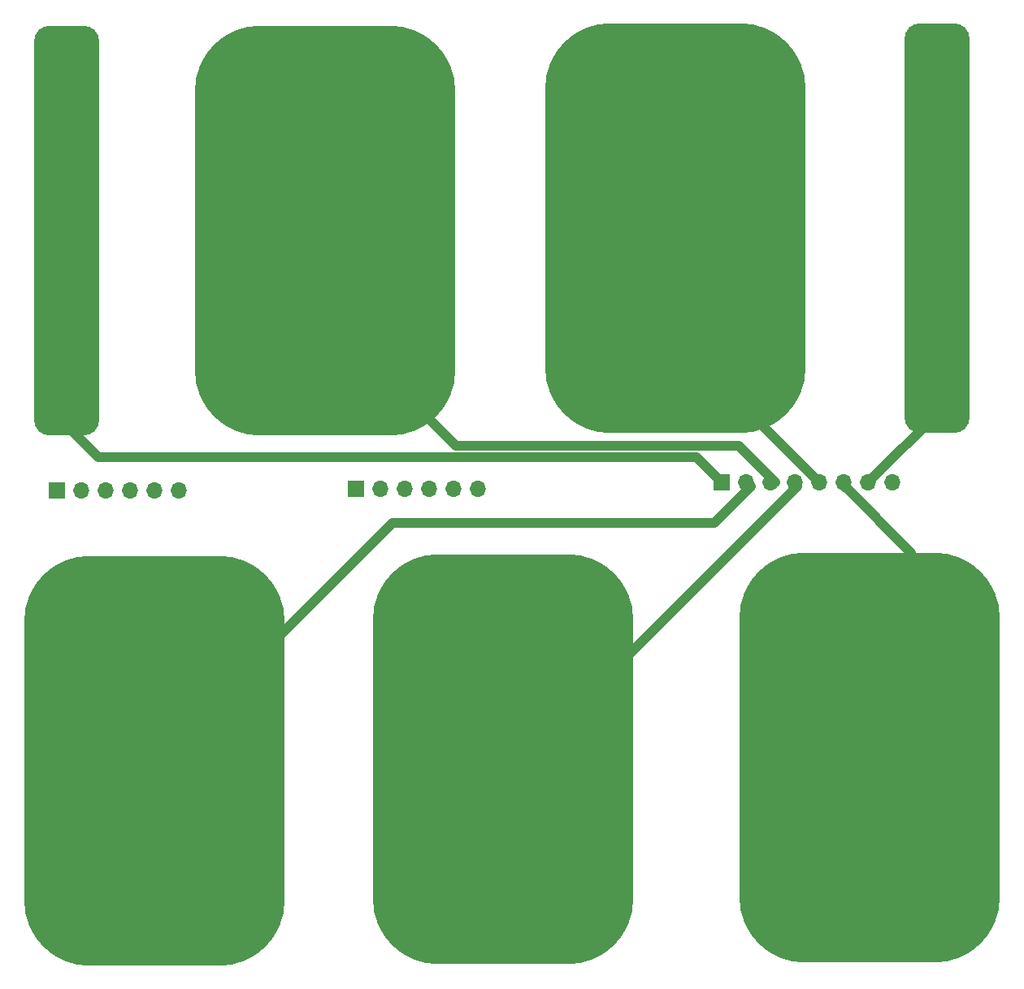
<source format=gbr>
%TF.GenerationSoftware,KiCad,Pcbnew,7.0.7*%
%TF.CreationDate,2024-01-08T08:14:38+08:00*%
%TF.ProjectId,IIDX_Cap_Controller,49494458-5f43-4617-905f-436f6e74726f,rev?*%
%TF.SameCoordinates,Original*%
%TF.FileFunction,Copper,L1,Top*%
%TF.FilePolarity,Positive*%
%FSLAX46Y46*%
G04 Gerber Fmt 4.6, Leading zero omitted, Abs format (unit mm)*
G04 Created by KiCad (PCBNEW 7.0.7) date 2024-01-08 08:14:38*
%MOMM*%
%LPD*%
G01*
G04 APERTURE LIST*
G04 Aperture macros list*
%AMRoundRect*
0 Rectangle with rounded corners*
0 $1 Rounding radius*
0 $2 $3 $4 $5 $6 $7 $8 $9 X,Y pos of 4 corners*
0 Add a 4 corners polygon primitive as box body*
4,1,4,$2,$3,$4,$5,$6,$7,$8,$9,$2,$3,0*
0 Add four circle primitives for the rounded corners*
1,1,$1+$1,$2,$3*
1,1,$1+$1,$4,$5*
1,1,$1+$1,$6,$7*
1,1,$1+$1,$8,$9*
0 Add four rect primitives between the rounded corners*
20,1,$1+$1,$2,$3,$4,$5,0*
20,1,$1+$1,$4,$5,$6,$7,0*
20,1,$1+$1,$6,$7,$8,$9,0*
20,1,$1+$1,$8,$9,$2,$3,0*%
G04 Aperture macros list end*
%TA.AperFunction,ComponentPad*%
%ADD10R,1.700000X1.700000*%
%TD*%
%TA.AperFunction,ComponentPad*%
%ADD11O,1.700000X1.700000*%
%TD*%
%TA.AperFunction,SMDPad,CuDef*%
%ADD12RoundRect,1.702594X-1.702593X-19.665156X1.702593X-19.665156X1.702593X19.665156X-1.702593X19.665156X0*%
%TD*%
%TA.AperFunction,SMDPad,CuDef*%
%ADD13RoundRect,6.782594X-6.782593X-14.585156X6.782593X-14.585156X6.782593X14.585156X-6.782593X14.585156X0*%
%TD*%
%TA.AperFunction,Conductor*%
%ADD14C,1.000000*%
%TD*%
G04 APERTURE END LIST*
D10*
%TO.P,J8,1,Pin_1*%
%TO.N,Net-(J12-Pin_1)*%
X169899833Y-80527328D03*
D11*
%TO.P,J8,2,Pin_2*%
%TO.N,Net-(J1-Pin_1)*%
X172439833Y-80527328D03*
%TO.P,J8,3,Pin_3*%
%TO.N,Net-(J12-Pin_3)*%
X174979833Y-80527328D03*
%TO.P,J8,4,Pin_4*%
%TO.N,Net-(J12-Pin_4)*%
X177519833Y-80527328D03*
%TO.P,J8,5,Pin_5*%
%TO.N,Net-(J12-Pin_5)*%
X180059833Y-80527328D03*
%TO.P,J8,6,Pin_6*%
%TO.N,Net-(J12-Pin_6)*%
X182599833Y-80527328D03*
%TO.P,J8,7,Pin_7*%
%TO.N,Net-(J12-Pin_7)*%
X185139833Y-80527328D03*
%TO.P,J8,8,Pin_8*%
%TO.N,Net-(J12-Pin_8)*%
X187679833Y-80527328D03*
%TD*%
D12*
%TO.P,J9,1,Pin_1*%
%TO.N,Net-(J12-Pin_1)*%
X101621903Y-54244873D03*
%TD*%
D13*
%TO.P,J3,1,Pin_1*%
%TO.N,Net-(J12-Pin_4)*%
X147142409Y-109346366D03*
%TD*%
D12*
%TO.P,J6,1,Pin_1*%
%TO.N,Net-(J12-Pin_7)*%
X192354392Y-53996893D03*
%TD*%
D13*
%TO.P,J4,1,Pin_1*%
%TO.N,Net-(J12-Pin_5)*%
X165091829Y-53980909D03*
%TD*%
%TO.P,J2,1,Pin_1*%
%TO.N,Net-(J12-Pin_3)*%
X128535183Y-54229618D03*
%TD*%
%TO.P,J5,1,Pin_1*%
%TO.N,Net-(J12-Pin_6)*%
X185285341Y-109196197D03*
%TD*%
%TO.P,J1,1,Pin_1*%
%TO.N,Net-(J1-Pin_1)*%
X110801506Y-109496535D03*
%TD*%
D10*
%TO.P,J11,1,Pin_1*%
%TO.N,+3.3V*%
X131788508Y-81180273D03*
D11*
%TO.P,J11,2,Pin_2*%
%TO.N,unconnected-(J11-Pin_2-Pad2)*%
X134328508Y-81180273D03*
%TO.P,J11,3,Pin_3*%
%TO.N,/SCL2*%
X136868508Y-81180273D03*
%TO.P,J11,4,Pin_4*%
%TO.N,/SDA2*%
X139408508Y-81180273D03*
%TO.P,J11,5,Pin_5*%
%TO.N,unconnected-(J11-Pin_5-Pad5)*%
X141948508Y-81180273D03*
%TO.P,J11,6,Pin_6*%
%TO.N,GND*%
X144488508Y-81180273D03*
%TD*%
D10*
%TO.P,J10,1,Pin_1*%
%TO.N,+3.3V*%
X100619644Y-81310065D03*
D11*
%TO.P,J10,2,Pin_2*%
%TO.N,unconnected-(J10-Pin_2-Pad2)*%
X103159644Y-81310065D03*
%TO.P,J10,3,Pin_3*%
%TO.N,/SCL1*%
X105699644Y-81310065D03*
%TO.P,J10,4,Pin_4*%
%TO.N,/SDA1*%
X108239644Y-81310065D03*
%TO.P,J10,5,Pin_5*%
%TO.N,unconnected-(J10-Pin_5-Pad5)*%
X110779644Y-81310065D03*
%TO.P,J10,6,Pin_6*%
%TO.N,GND*%
X113319644Y-81310065D03*
%TD*%
D14*
%TO.N,Net-(J12-Pin_6)*%
X182808621Y-81028059D02*
X182808621Y-81050762D01*
X189608124Y-87827562D02*
X182808621Y-81028059D01*
X185285341Y-92150345D02*
X189608124Y-87827562D01*
X185285341Y-109196197D02*
X185285341Y-92150345D01*
%TO.N,Net-(J12-Pin_5)*%
X165091829Y-65559324D02*
X180059833Y-80527328D01*
X165091829Y-53980909D02*
X165091829Y-65559324D01*
%TO.N,Net-(J12-Pin_4)*%
X149328746Y-109346366D02*
X177782407Y-80892705D01*
X147142409Y-109346366D02*
X149328746Y-109346366D01*
%TO.N,Net-(J1-Pin_1)*%
X169122676Y-84747502D02*
X172945861Y-80924317D01*
X135550539Y-84747502D02*
X169122676Y-84747502D01*
X110801506Y-109496535D02*
X135550539Y-84747502D01*
%TO.N,Net-(J12-Pin_3)*%
X128535183Y-63008070D02*
X142220803Y-76693690D01*
X171655096Y-76693690D02*
X175474774Y-80513368D01*
X142220803Y-76693690D02*
X171655096Y-76693690D01*
X128535183Y-54229618D02*
X128535183Y-63008070D01*
%TO.N,Net-(J12-Pin_7)*%
X192711765Y-72955396D02*
X192711765Y-54765787D01*
X185139833Y-80527328D02*
X192711765Y-72955396D01*
X192711765Y-54765787D02*
X192614299Y-54668321D01*
%TO.N,Net-(J12-Pin_1)*%
X167266195Y-77893690D02*
X169899833Y-80527328D01*
X104911959Y-77893690D02*
X167266195Y-77893690D01*
X101621903Y-54244873D02*
X101621903Y-74603634D01*
X101621903Y-74603634D02*
X104911959Y-77893690D01*
%TD*%
M02*

</source>
